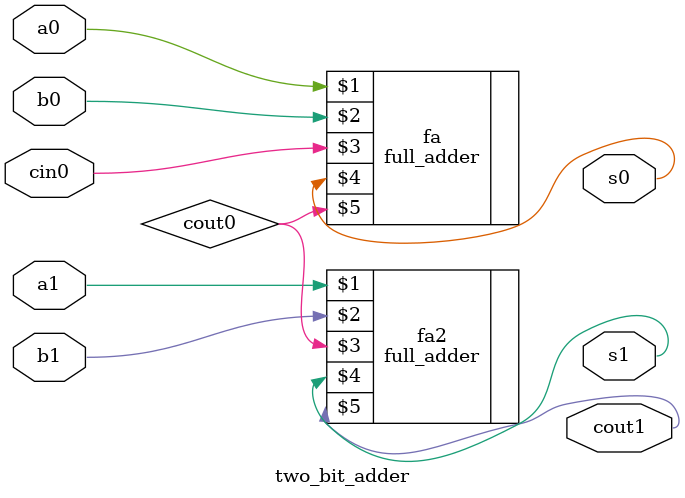
<source format=sv>
`timescale 1ns / 1ps


module two_bit_adder(input logic a0, b0, a1, b1, cin0, output logic s0, s1, cout1);
    logic cout0;
    
    full_adder fa(a0, b0, cin0, s0, cout0);
    full_adder fa2(a1, b1, cout0, s1, cout1);
endmodule

</source>
